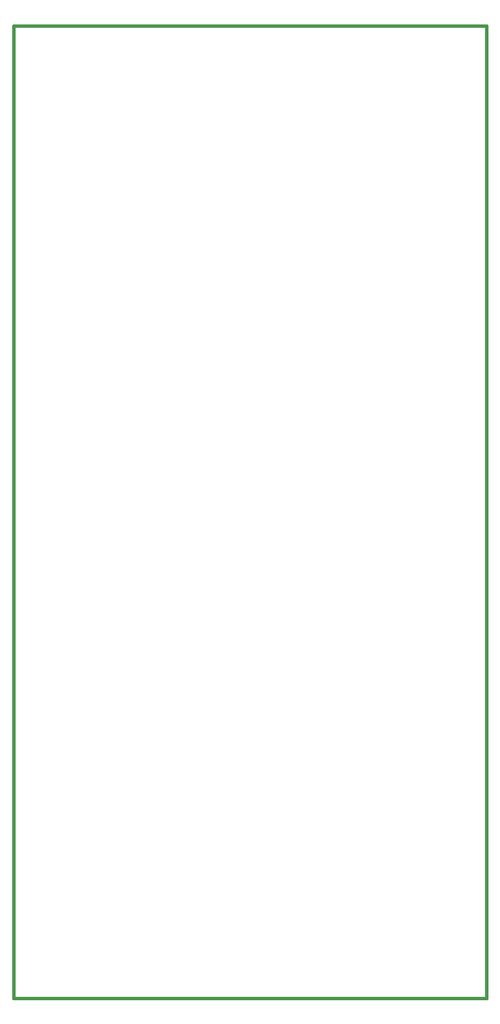
<source format=gbr>
G04 (created by PCBNEW-RS274X (2012-apr-16-27)-stable) date Sat 22 Feb 2014 12:43:39 PM EET*
G01*
G70*
G90*
%MOIN*%
G04 Gerber Fmt 3.4, Leading zero omitted, Abs format*
%FSLAX34Y34*%
G04 APERTURE LIST*
%ADD10C,0.006000*%
%ADD11C,0.015000*%
G04 APERTURE END LIST*
G54D10*
G54D11*
X00000Y47750D02*
X00000Y00000D01*
X23250Y47750D02*
X00000Y47750D01*
X23250Y00000D02*
X23250Y47750D01*
X00000Y00000D02*
X23250Y00000D01*
M02*

</source>
